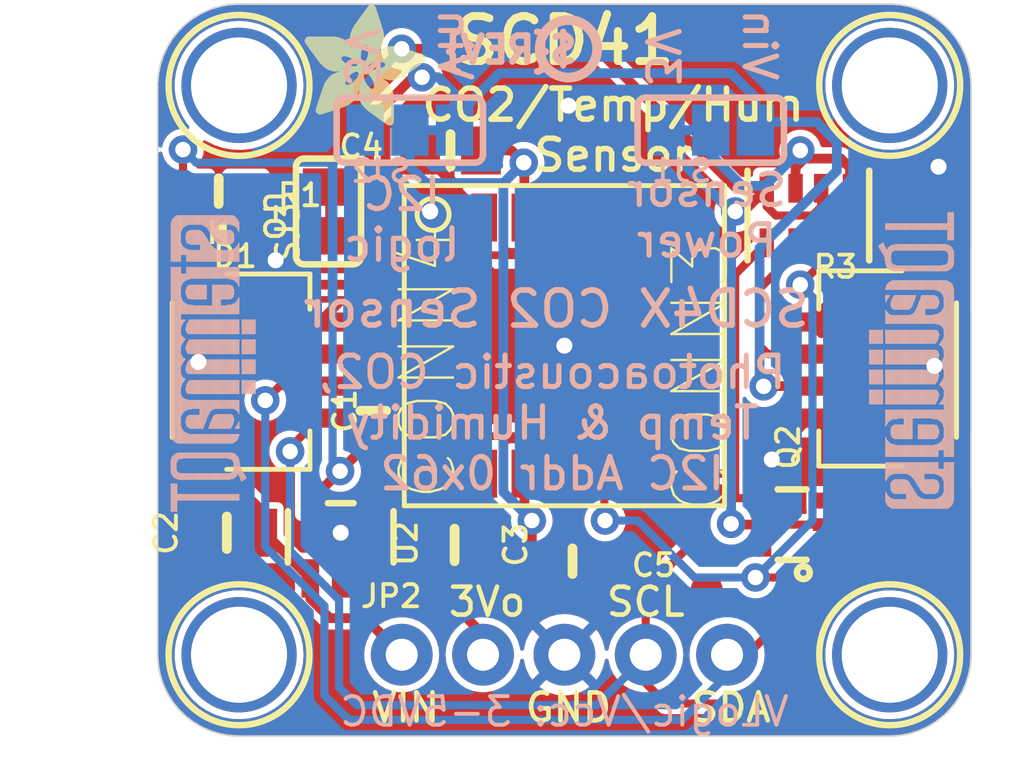
<source format=kicad_pcb>
(kicad_pcb (version 20221018) (generator pcbnew)
  (layers (0 "F.Cu" signal) (31 "B.Cu" signal) (34 "B.Paste" user) (35 "F.Paste" user) (36 "B.SilkS" user "B.Silkscreen") (37 "F.SilkS" user "F.Silkscreen") (38 "B.Mask" user) (39 "F.Mask" user) (44 "Edge.Cuts" user))
  (net 0 "")
  (net 1 "GND")
  (net 2 "SDA")
  (net 3 "SCL")
  (net 4 "SCL_3V")
  (net 5 "SDA_3V")
  (net 6 "3.3V")
  (net 7 "VCC")
  (net 8 "N$1")
  (net 9 "N$2")
  (net 10 "N$3")
  (net 11 "N$4")
  (net 12 "N$5")
  (net 13 "N$6")
  (footprint "working:MOUNTINGHOLE_3.0_PLATEDTHIN" (layer "F.Cu") (at 138.3411 96.1136)
    (fp_text reference "U$1" hide)
    (fp_text value "MOUNTINGHOLE3.0THIN" hide)
    (pad "P$1" thru_hole circle (at 0 0) (size 3.6 3.6) (drill 3) (layers "*.Cu" "*.Mask"))
    (zone (net 0) (net_name "") (layer "F.Cu") (connect_pads (clearance 0)) (min_thickness 0.25)
      (keepout (tracks not_allowed) (vias not_allowed) (pads not_allowed) (copperpour not_allowed) (footprints allowed))
      (fill (thermal_gap 0.5) (thermal_bridge_width 0.5))
      (polygon (pts (xy 140.3571 96.1136) (xy 140.33748 95.833027) (xy 140.279004 95.557915) (xy 140.182808 95.293619) (xy 140.050765 95.045283) (xy 139.885446 94.81774) (xy 139.690067 94.61542) (xy 139.468433 94.44226) (xy 139.224856 94.301631) (xy 138.964078 94.19627) (xy 138.691175 94.128228) (xy 138.411457 94.098828) (xy 138.130371 94.108644) (xy 137.853385 94.157484) (xy 137.585893 94.244397) (xy 137.3331 94.367693) (xy 137.099926 94.52497) (xy 136.890911 94.713169) (xy 136.710122 94.928625) (xy 136.561078 95.167145) (xy 136.44668 95.424087) (xy 136.369154 95.69445) (xy 136.330011 95.972971) (xy 136.330011 96.254229) (xy 136.369154 96.53275) (xy 136.44668 96.803113) (xy 136.561078 97.060055) (xy 136.710122 97.298575) (xy 136.890911 97.514031) (xy 137.099926 97.70223) (xy 137.3331 97.859507) (xy 137.585893 97.982803) (xy 137.853385 98.069716) (xy 138.130371 98.118556) (xy 138.411457 98.128372) (xy 138.691175 98.098972) (xy 138.964078 98.03093) (xy 139.224856 97.925569) (xy 139.468433 97.78494) (xy 139.690067 97.61178) (xy 139.885446 97.40946) (xy 140.050765 97.181917) (xy 140.182808 96.933581) (xy 140.279004 96.669285) (xy 140.33748 96.394173)))
      (polygon (pts (xy 138.3251 96.1136) (xy 138.329786 96.124914) (xy 138.3411 96.1296) (xy 138.352414 96.124914) (xy 138.3571 96.1136) (xy 138.352414 96.102286) (xy 138.3411 96.0976) (xy 138.329786 96.102286)))
    )
    (zone (net 0) (net_name "") (layer "B.Cu") (connect_pads (clearance 0)) (min_thickness 0.25)
      (keepout (tracks not_allowed) (vias not_allowed) (pads not_allowed) (copperpour not_allowed) (footprints allowed))
      (fill (thermal_gap 0.5) (thermal_bridge_width 0.5))
      (polygon (pts (xy 140.3571 96.1136) (xy 140.33748 95.833027) (xy 140.279004 95.557915) (xy 140.182808 95.293619) (xy 140.050765 95.045283) (xy 139.885446 94.81774) (xy 139.690067 94.61542) (xy 139.468433 94.44226) (xy 139.224856 94.301631) (xy 138.964078 94.19627) (xy 138.691175 94.128228) (xy 138.411457 94.098828) (xy 138.130371 94.108644) (xy 137.853385 94.157484) (xy 137.585893 94.244397) (xy 137.3331 94.367693) (xy 137.099926 94.52497) (xy 136.890911 94.713169) (xy 136.710122 94.928625) (xy 136.561078 95.167145) (xy 136.44668 95.424087) (xy 136.369154 95.69445) (xy 136.330011 95.972971) (xy 136.330011 96.254229) (xy 136.369154 96.53275) (xy 136.44668 96.803113) (xy 136.561078 97.060055) (xy 136.710122 97.298575) (xy 136.890911 97.514031) (xy 137.099926 97.70223) (xy 137.3331 97.859507) (xy 137.585893 97.982803) (xy 137.853385 98.069716) (xy 138.130371 98.118556) (xy 138.411457 98.128372) (xy 138.691175 98.098972) (xy 138.964078 98.03093) (xy 139.224856 97.925569) (xy 139.468433 97.78494) (xy 139.690067 97.61178) (xy 139.885446 97.40946) (xy 140.050765 97.181917) (xy 140.182808 96.933581) (xy 140.279004 96.669285) (xy 140.33748 96.394173)))
      (polygon (pts (xy 138.3251 96.1136) (xy 138.329786 96.124914) (xy 138.3411 96.1296) (xy 138.352414 96.124914) (xy 138.3571 96.1136) (xy 138.352414 96.102286) (xy 138.3411 96.0976) (xy 138.329786 96.102286)))
    )
  )
  (footprint "working:SOT23-5" (layer "F.Cu") (at 141.5161 110.2106)
    (fp_text reference "U2" (at 2.032 -0.562 90) (layer "F.SilkS") (effects (font (size 0.692831 0.692831) (thickness 0.119969)) (justify right)))
    (fp_text value "AP2112K-3.3")
    (pad "1" smd rect (at -0.95 1.3001) (size 0.55 1.2) (layers "F.Cu" "F.Paste" "F.Mask") (net 7 "VCC"))
    (pad "2" smd rect (at 0 1.3001) (size 0.55 1.2) (layers "F.Cu" "F.Paste" "F.Mask") (net 1 "GND"))
    (pad "3" smd rect (at 0.95 1.3001) (size 0.55 1.2) (layers "F.Cu" "F.Paste" "F.Mask") (net 7 "VCC"))
    (pad "4" smd rect (at 0.95 -1.3001) (size 0.55 1.2) (layers "F.Cu" "F.Paste" "F.Mask"))
    (pad "5" smd rect (at -0.95 -1.3001) (size 0.55 1.2) (layers "F.Cu" "F.Paste" "F.Mask") (net 6 "3.3V"))
  )
  (footprint "working:1X05_ROUND_76" (layer "F.Cu") (at 148.5011 113.8936)
    (fp_text reference "JP2" (at -6.4262 -1.8288) (layer "F.SilkS") (effects (font (size 0.692831 0.692831) (thickness 0.119969)) (justify left)))
    (fp_text value "")
    (pad "1" thru_hole circle (at -5.08 0 90) (size 1.9304 1.9304) (drill 1) (layers "*.Cu" "*.Mask") (net 7 "VCC"))
    (pad "2" thru_hole circle (at -2.54 0 90) (size 1.9304 1.9304) (drill 1) (layers "*.Cu" "*.Mask") (net 6 "3.3V"))
    (pad "3" thru_hole circle (at 0 0 90) (size 1.9304 1.9304) (drill 1) (layers "*.Cu" "*.Mask") (net 1 "GND"))
    (pad "4" thru_hole circle (at 2.54 0 90) (size 1.9304 1.9304) (drill 1) (layers "*.Cu" "*.Mask") (net 3 "SCL"))
    (pad "5" thru_hole circle (at 5.08 0 90) (size 1.9304 1.9304) (drill 1) (layers "*.Cu" "*.Mask") (net 2 "SDA"))
  )
  (footprint "working:MOUNTINGHOLE_3.0_PLATEDTHIN" (layer "F.Cu") (at 138.3411 113.8936)
    (fp_text reference "U$19" hide)
    (fp_text value "MOUNTINGHOLE3.0THIN" hide)
    (pad "P$1" thru_hole circle (at 0 0) (size 3.6 3.6) (drill 3) (layers "*.Cu" "*.Mask"))
    (zone (net 0) (net_name "") (layer "F.Cu") (connect_pads (clearance 0)) (min_thickness 0.25)
      (keepout (tracks not_allowed) (vias not_allowed) (pads not_allowed) (copperpour not_allowed) (footprints allowed))
      (fill (thermal_gap 0.5) (thermal_bridge_width 0.5))
      (polygon (pts (xy 140.3571 113.8936) (xy 140.33748 113.613027) (xy 140.279004 113.337915) (xy 140.182808 113.073619) (xy 140.050765 112.825283) (xy 139.885446 112.59774) (xy 139.690067 112.39542) (xy 139.468433 112.22226) (xy 139.224856 112.081631) (xy 138.964078 111.97627) (xy 138.691175 111.908228) (xy 138.411457 111.878828) (xy 138.130371 111.888644) (xy 137.853385 111.937484) (xy 137.585893 112.024397) (xy 137.3331 112.147693) (xy 137.099926 112.30497) (xy 136.890911 112.493169) (xy 136.710122 112.708625) (xy 136.561078 112.947145) (xy 136.44668 113.204087) (xy 136.369154 113.47445) (xy 136.330011 113.752971) (xy 136.330011 114.034229) (xy 136.369154 114.31275) (xy 136.44668 114.583113) (xy 136.561078 114.840055) (xy 136.710122 115.078575) (xy 136.890911 115.294031) (xy 137.099926 115.48223) (xy 137.3331 115.639507) (xy 137.585893 115.762803) (xy 137.853385 115.849716) (xy 138.130371 115.898556) (xy 138.411457 115.908372) (xy 138.691175 115.878972) (xy 138.964078 115.81093) (xy 139.224856 115.705569) (xy 139.468433 115.56494) (xy 139.690067 115.39178) (xy 139.885446 115.18946) (xy 140.050765 114.961917) (xy 140.182808 114.713581) (xy 140.279004 114.449285) (xy 140.33748 114.174173)))
      (polygon (pts (xy 138.3251 113.8936) (xy 138.329786 113.904914) (xy 138.3411 113.9096) (xy 138.352414 113.904914) (xy 138.3571 113.8936) (xy 138.352414 113.882286) (xy 138.3411 113.8776) (xy 138.329786 113.882286)))
    )
    (zone (net 0) (net_name "") (layer "B.Cu") (connect_pads (clearance 0)) (min_thickness 0.25)
      (keepout (tracks not_allowed) (vias not_allowed) (pads not_allowed) (copperpour not_allowed) (footprints allowed))
      (fill (thermal_gap 0.5) (thermal_bridge_width 0.5))
      (polygon (pts (xy 140.3571 113.8936) (xy 140.33748 113.613027) (xy 140.279004 113.337915) (xy 140.182808 113.073619) (xy 140.050765 112.825283) (xy 139.885446 112.59774) (xy 139.690067 112.39542) (xy 139.468433 112.22226) (xy 139.224856 112.081631) (xy 138.964078 111.97627) (xy 138.691175 111.908228) (xy 138.411457 111.878828) (xy 138.130371 111.888644) (xy 137.853385 111.937484) (xy 137.585893 112.024397) (xy 137.3331 112.147693) (xy 137.099926 112.30497) (xy 136.890911 112.493169) (xy 136.710122 112.708625) (xy 136.561078 112.947145) (xy 136.44668 113.204087) (xy 136.369154 113.47445) (xy 136.330011 113.752971) (xy 136.330011 114.034229) (xy 136.369154 114.31275) (xy 136.44668 114.583113) (xy 136.561078 114.840055) (xy 136.710122 115.078575) (xy 136.890911 115.294031) (xy 137.099926 115.48223) (xy 137.3331 115.639507) (xy 137.585893 115.762803) (xy 137.853385 115.849716) (xy 138.130371 115.898556) (xy 138.411457 115.908372) (xy 138.691175 115.878972) (xy 138.964078 115.81093) (xy 139.224856 115.705569) (xy 139.468433 115.56494) (xy 139.690067 115.39178) (xy 139.885446 115.18946) (xy 140.050765 114.961917) (xy 140.182808 114.713581) (xy 140.279004 114.449285) (xy 140.33748 114.174173)))
      (polygon (pts (xy 138.3251 113.8936) (xy 138.329786 113.904914) (xy 138.3411 113.9096) (xy 138.352414 113.904914) (xy 138.3571 113.8936) (xy 138.352414 113.882286) (xy 138.3411 113.8776) (xy 138.329786 113.882286)))
    )
  )
  (footprint "working:0603-NO" (layer "F.Cu") (at 142.5321 106.2736 90)
    (fp_text reference "C1" (at -0.762 -0.889 90) (layer "F.SilkS") (effects (font (size 0.692831 0.692831) (thickness 0.119969)) (justify left)))
    (fp_text value "0.1uF")
    (pad "1" smd rect (at -0.85 0 90) (size 1.075 1) (layers "F.Cu" "F.Paste" "F.Mask") (net 6 "3.3V"))
    (pad "2" smd rect (at 0.85 0 90) (size 1.075 1) (layers "F.Cu" "F.Paste" "F.Mask") (net 1 "GND"))
  )
  (footprint "working:0805-NO" (layer "F.Cu") (at 137.9601 110.0836 180)
    (fp_text reference "C2" (at 1.905 -0.762 90) (layer "F.SilkS") (effects (font (size 0.692831 0.692831) (thickness 0.119969)) (justify left)))
    (fp_text value "10uF")
    (pad "1" smd rect (at -0.95 0 180) (size 1.24 1.5) (layers "F.Cu" "F.Paste" "F.Mask") (net 7 "VCC"))
    (pad "2" smd rect (at 0.95 0 180) (size 1.24 1.5) (layers "F.Cu" "F.Paste" "F.Mask") (net 1 "GND"))
  )
  (footprint "working:JST_SH4" (layer "F.Cu") (at 138.3411 105.0036 -90)
    (fp_text reference "CONN4" (at -4.6 -5.9 90) (layer "F.SilkS") (effects (font (size 1.703222 1.703222) (thickness 0.074778)) (justify right)))
    (fp_text value "STEMMA_I2C_QT" hide)
    (pad "1" smd rect (at -1.5 -2.514) (size 1.55 0.6) (layers "F.Cu" "F.Paste" "F.Mask") (net 1 "GND"))
    (pad "2" smd rect (at -0.5 -2.514) (size 1.55 0.6) (layers "F.Cu" "F.Paste" "F.Mask") (net 7 "VCC"))
    (pad "3" smd rect (at 0.5 -2.514) (size 1.55 0.6) (layers "F.Cu" "F.Paste" "F.Mask") (net 2 "SDA"))
    (pad "4" smd rect (at 1.5 -2.514) (size 1.55 0.6) (layers "F.Cu" "F.Paste" "F.Mask") (net 3 "SCL"))
    (pad "MT1" smd rect (at -2.8 1.386) (size 1.8 1.2) (layers "F.Cu" "F.Paste" "F.Mask") (net 1 "GND"))
    (pad "MT2" smd rect (at 2.8 1.386) (size 1.8 1.2) (layers "F.Cu" "F.Paste" "F.Mask") (net 1 "GND"))
  )
  (footprint "working:MOUNTINGHOLE_3.0_PLATEDTHIN" (layer "F.Cu") (at 158.6611 113.8936)
    (fp_text reference "U$21" hide)
    (fp_text value "MOUNTINGHOLE3.0THIN" hide)
    (pad "P$1" thru_hole circle (at 0 0) (size 3.6 3.6) (drill 3) (layers "*.Cu" "*.Mask"))
    (zone (net 0) (net_name "") (layer "F.Cu") (connect_pads (clearance 0)) (min_thickness 0.25)
      (keepout (tracks not_allowed) (vias not_allowed) (pads not_allowed) (copperpour not_allowed) (footprints allowed))
      (fill (thermal_gap 0.5) (thermal_bridge_width 0.5))
      (polygon (pts (xy 160.6771 113.8936) (xy 160.65748 113.613027) (xy 160.599004 113.337915) (xy 160.502808 113.073619) (xy 160.370765 112.825283) (xy 160.205446 112.59774) (xy 160.010067 112.39542) (xy 159.788433 112.22226) (xy 159.544856 112.081631) (xy 159.284078 111.97627) (xy 159.011175 111.908228) (xy 158.731457 111.878828) (xy 158.450371 111.888644) (xy 158.173385 111.937484) (xy 157.905893 112.024397) (xy 157.6531 112.147693) (xy 157.419926 112.30497) (xy 157.210911 112.493169) (xy 157.030122 112.708625) (xy 156.881078 112.947145) (xy 156.76668 113.204087) (xy 156.689154 113.47445) (xy 156.650011 113.752971) (xy 156.650011 114.034229) (xy 156.689154 114.31275) (xy 156.76668 114.583113) (xy 156.881078 114.840055) (xy 157.030122 115.078575) (xy 157.210911 115.294031) (xy 157.419926 115.48223) (xy 157.6531 115.639507) (xy 157.905893 115.762803) (xy 158.173385 115.849716) (xy 158.450371 115.898556) (xy 158.731457 115.908372) (xy 159.011175 115.878972) (xy 159.284078 115.81093) (xy 159.544856 115.705569) (xy 159.788433 115.56494) (xy 160.010067 115.39178) (xy 160.205446 115.18946) (xy 160.370765 114.961917) (xy 160.502808 114.713581) (xy 160.599004 114.449285) (xy 160.65748 114.174173)))
      (polygon (pts (xy 158.6451 113.8936) (xy 158.649786 113.904914) (xy 158.6611 113.9096) (xy 158.672414 113.904914) (xy 158.6771 113.8936) (xy 158.672414 113.882286) (xy 158.6611 113.8776) (xy 158.649786 113.882286)))
    )
    (zone (net 0) (net_name "") (layer "B.Cu") (connect_pads (clearance 0)) (min_thickness 0.25)
      (keepout (tracks not_allowed) (vias not_allowed) (pads not_allowed) (copperpour not_allowed) (footprints allowed))
      (fill (thermal_gap 0.5) (thermal_bridge_width 0.5))
      (polygon (pts (xy 160.6771 113.8936) (xy 160.65748 113.613027) (xy 160.599004 113.337915) (xy 160.502808 113.073619) (xy 160.370765 112.825283) (xy 160.205446 112.59774) (xy 160.010067 112.39542) (xy 159.788433 112.22226) (xy 159.544856 112.081631) (xy 159.284078 111.97627) (xy 159.011175 111.908228) (xy 158.731457 111.878828) (xy 158.450371 111.888644) (xy 158.173385 111.937484) (xy 157.905893 112.024397) (xy 157.6531 112.147693) (xy 157.419926 112.30497) (xy 157.210911 112.493169) (xy 157.030122 112.708625) (xy 156.881078 112.947145) (xy 156.76668 113.204087) (xy 156.689154 113.47445) (xy 156.650011 113.752971) (xy 156.650011 114.034229) (xy 156.689154 114.31275) (xy 156.76668 114.583113) (xy 156.881078 114.840055) (xy 157.030122 115.078575) (xy 157.210911 115.294031) (xy 157.419926 115.48223) (xy 157.6531 115.639507) (xy 157.905893 115.762803) (xy 158.173385 115.849716) (xy 158.450371 115.898556) (xy 158.731457 115.908372) (xy 159.011175 115.878972) (xy 159.284078 115.81093) (xy 159.544856 115.705569) (xy 159.788433 115.56494) (xy 160.010067 115.39178) (xy 160.205446 115.18946) (xy 160.370765 114.961917) (xy 160.502808 114.713581) (xy 160.599004 114.449285) (xy 160.65748 114.174173)))
      (polygon (pts (xy 158.6451 113.8936) (xy 158.649786 113.904914) (xy 158.6611 113.9096) (xy 158.672414 113.904914) (xy 158.6771 113.8936) (xy 158.672414 113.882286) (xy 158.6611 113.8776) (xy 158.649786 113.882286)))
    )
  )
  (footprint "working:0603-NO" (layer "F.Cu") (at 148.7551 110.9726)
    (fp_text reference "C5" (at 1.778 0.127) (layer "F.SilkS") (effects (font (size 0.692831 0.692831) (thickness 0.119969)) (justify left)))
    (fp_text value "0.1uF")
    (pad "1" smd rect (at -0.85 0) (size 1.075 1) (layers "F.Cu" "F.Paste" "F.Mask") (net 10 "N$3"))
    (pad "2" smd rect (at 0.85 0) (size 1.075 1) (layers "F.Cu" "F.Paste" "F.Mask") (net 1 "GND"))
  )
  (footprint "working:RESPACK_4X0603" (layer "F.Cu") (at 156.1211 100.1776 180)
    (fp_text reference "R3" (at -1.6 -1.6) (layer "F.SilkS") (effects (font (size 0.692831 0.692831) (thickness 0.119969)) (justify right)))
    (fp_text value "10K")
    (pad "1" smd rect (at -1.3 0.85 180) (size 0.45 0.9) (layers "F.Cu" "F.Paste" "F.Mask") (net 9 "N$2"))
    (pad "2" smd rect (at -0.4 0.85 180) (size 0.45 0.9) (layers "F.Cu" "F.Paste" "F.Mask") (net 6 "3.3V"))
    (pad "3" smd rect (at 0.4 0.85 180) (size 0.45 0.9) (layers "F.Cu" "F.Paste" "F.Mask") (net 9 "N$2"))
    (pad "4" smd rect (at 1.3 0.85 180) (size 0.45 0.9) (layers "F.Cu" "F.Paste" "F.Mask") (net 6 "3.3V"))
    (pad "5" smd rect (at 1.3 -0.85 180) (size 0.45 0.9) (layers "F.Cu" "F.Paste" "F.Mask") (net 5 "SDA_3V"))
    (pad "6" smd rect (at 0.4 -0.85 180) (size 0.45 0.9) (layers "F.Cu" "F.Paste" "F.Mask") (net 2 "SDA"))
    (pad "7" smd rect (at -0.4 -0.85 180) (size 0.45 0.9) (layers "F.Cu" "F.Paste" "F.Mask") (net 4 "SCL_3V"))
    (pad "8" smd rect (at -1.3 -0.85 180) (size 0.45 0.9) (layers "F.Cu" "F.Paste" "F.Mask") (net 3 "SCL"))
  )
  (footprint "working:SOLDERJUMPER_CLOSEDWIRE" (layer "F.Cu") (at 141.1351 100.0506 90)
    (fp_text reference "SJ3" (at -1.651 -1.27 90) (layer "F.SilkS") (effects (font (size 0.692831 0.692831) (thickness 0.119969)) (justify left)))
    (fp_text value "")
    (pad "1" smd rect (at -0.762 0 90) (size 1.1684 1.6002) (layers "F.Cu") (net 8 "N$1"))
    (pad "2" smd rect (at 0.762 0 90) (size 1.1684 1.6002) (layers "F.Cu") (net 11 "N$4"))
    (pad "WIRE" smd rect (at 0 0 270) (size 0.635 0.2032) (layers "F.Cu"))
  )
  (footprint "working:FIDUCIAL_1MM" (layer "F.Cu") (at 154.9781 94.5896)
    (fp_text reference "FID3" hide)
    (fp_text value "FIDUCIAL_1MM" hide)
    (pad "1" smd roundrect (at 0 0) (size 1 1) (layers "F.Cu" "F.Mask") (roundrect_rratio 0.5))
  )
  (footprint "working:SOT363" (layer "F.Cu") (at 155.6131 109.8296 90)
    (fp_text reference "Q2" (at 1.651 -0.127 90) (layer "F.SilkS") (effects (font (size 0.692831 0.692831) (thickness 0.119969)) (justify left)))
    (fp_text value "BSS138")
    (pad "1" smd rect (at -0.75 0.9 90) (size 0.5 0.5) (layers "F.Cu" "F.Paste" "F.Mask") (net 4 "SCL_3V"))
    (pad "2" smd rect (at 0 0.9 90) (size 0.4 0.5) (layers "F.Cu" "F.Paste" "F.Mask") (net 6 "3.3V"))
    (pad "3" smd rect (at 0.75 0.9 90) (size 0.5 0.5) (layers "F.Cu" "F.Paste" "F.Mask") (net 2 "SDA"))
    (pad "4" smd rect (at 0.75 -0.9 90) (size 0.5 0.5) (layers "F.Cu" "F.Paste" "F.Mask") (net 5 "SDA_3V"))
    (pad "5" smd rect (at 0 -0.9 90) (size 0.4 0.5) (layers "F.Cu" "F.Paste" "F.Mask") (net 6 "3.3V"))
    (pad "6" smd rect (at -0.75 -0.9 90) (size 0.5 0.5) (layers "F.Cu" "F.Paste" "F.Mask") (net 3 "SCL"))
  )
  (footprint "working:MOUNTINGHOLE_3.0_PLATEDTHIN" (layer "F.Cu") (at 158.6611 96.1136)
    (fp_text reference "U$17" hide)
    (fp_text value "MOUNTINGHOLE3.0THIN" hide)
    (pad "P$1" thru_hole circle (at 0 0) (size 3.6 3.6) (drill 3) (layers "*.Cu" "*.Mask"))
    (zone (net 0) (net_name "") (layer "F.Cu") (connect_pads (clearance 0)) (min_thickness 0.25)
      (keepout (tracks not_allowed) (vias not_allowed) (pads not_allowed) (copperpour not_allowed) (footprints allowed))
      (fill (thermal_gap 0.5) (thermal_bridge_width 0.5))
      (polygon (pts (xy 160.6771 96.1136) (xy 160.65748 95.833027) (xy 160.599004 95.557915) (xy 160.502808 95.293619) (xy 160.370765 95.045283) (xy 160.205446 94.81774) (xy 160.010067 94.61542) (xy 159.788433 94.44226) (xy 159.544856 94.301631) (xy 159.284078 94.19627) (xy 159.011175 94.128228) (xy 158.731457 94.098828) (xy 158.450371 94.108644) (xy 158.173385 94.157484) (xy 157.905893 94.244397) (xy 157.6531 94.367693) (xy 157.419926 94.52497) (xy 157.210911 94.713169) (xy 157.030122 94.928625) (xy 156.881078 95.167145) (xy 156.76668 95.424087) (xy 156.689154 95.69445) (xy 156.650011 95.972971) (xy 156.650011 96.254229) (xy 156.689154 96.53275) (xy 156.76668 96.803113) (xy 156.881078 97.060055) (xy 157.030122 97.298575) (xy 157.210911 97.514031) (xy 157.419926 97.70223) (xy 157.6531 97.859507) (xy 157.905893 97.982803) (xy 158.173385 98.069716) (xy 158.450371 98.118556) (xy 158.731457 98.128372) (xy 159.011175 98.098972) (xy 159.284078 98.03093) (xy 159.544856 97.925569) (xy 159.788433 97.78494) (xy 160.010067 97.61178) (xy 160.205446 97.40946) (xy 160.370765 97.181917) (xy 160.502808 96.933581) (xy 160.599004 96.669285) (xy 160.65748 96.394173)))
      (polygon (pts (xy 158.6451 96.1136) (xy 158.649786 96.124914) (xy 158.6611 96.1296) (xy 158.672414 96.124914) (xy 158.6771 96.1136) (xy 158.672414 96.102286) (xy 158.6611 96.0976) (xy 158.649786 96.102286)))
    )
    (zone (net 0) (net_name "") (layer "B.Cu") (connect_pads (clearance 0)) (min_thickness 0.25)
      (keepout (tracks not_allowed) (vias not_allowed) (pads not_allowed) (copperpour not_allowed) (footprints allowed))
      (fill (thermal_gap 0.5) (thermal_bridge_width 0.5))
      (polygon (pts (xy 160.6771 96.1136) (xy 160.65748 95.833027) (xy 160.599004 95.557915) (xy 160.502808 95.293619) (xy 160.370765 95.045283) (xy 160.205446 94.81774) (xy 160.010067 94.61542) (xy 159.788433 94.44226) (xy 159.544856 94.301631) (xy 159.284078 94.19627) (xy 159.011175 94.128228) (xy 158.731457 94.098828) (xy 158.450371 94.108644) (xy 158.173385 94.157484) (xy 157.905893 94.244397) (xy 157.6531 94.367693) (xy 157.419926 94.52497) (xy 157.210911 94.713169) (xy 157.030122 94.928625) (xy 156.881078 95.167145) (xy 156.76668 95.424087) (xy 156.689154 95.69445) (xy 156.650011 95.972971) (xy 156.650011 96.254229) (xy 156.689154 96.53275) (xy 156.76668 96.803113) (xy 156.881078 97.060055) (xy 157.030122 97.298575) (xy 157.210911 97.514031) (xy 157.419926 97.70223) (xy 157.6531 97.859507) (xy 157.905893 97.982803) (xy 158.173385 98.069716) (xy 158.450371 98.118556) (xy 158.731457 98.128372) (xy 159.011175 98.098972) (xy 159.284078 98.03093) (xy 159.544856 97.925569) (xy 159.788433 97.78494) (xy 160.010067 97.61178) (xy 160.205446 97.40946) (xy 160.370765 97.181917) (xy 160.502808 96.933581) (xy 160.599004 96.669285) (xy 160.65748 96.394173)))
      (polygon (pts (xy 158.6451 96.1136) (xy 158.649786 96.124914) (xy 158.6611 96.1296) (xy 158.672414 96.124914) (xy 158.6771 96.1136) (xy 158.672414 96.102286) (xy 158.6611 96.0976) (xy 158.649786 96.102286)))
    )
  )
  (footprint "working:FIDUCIAL_1MM" (layer "F.Cu") (at 152.9461 111.8616)
    (fp_text reference "FID4" hide)
    (fp_text value "FIDUCIAL_1MM" hide)
    (pad "1" smd roundrect (at 0 0) (size 1 1) (layers "F.Cu" "F.Mask") (roundrect_rratio 0.5))
  )
  (footprint "working:0805-NO" (layer "F.Cu") (at 144.9451 98.1456 180)
    (fp_text reference "C4" (at 2.032 0.127) (layer "F.SilkS") (effects (font (size 0.692831 0.692831) (thickness 0.119969)) (justify right)))
    (fp_text value "10uF")
    (pad "1" smd rect (at -0.95 0 180) (size 1.24 1.5) (layers "F.Cu" "F.Paste" "F.Mask") (net 10 "N$3"))
    (pad "2" smd rect (at 0.95 0 180) (size 1.24 1.5) (layers "F.Cu" "F.Paste" "F.Mask") (net 1 "GND"))
  )
  (footprint "working:0603-NO" (layer "F.Cu") (at 137.7061 99.4156)
    (fp_text reference "R1" (at 1.778 0.127) (layer "F.SilkS") (effects (font (size 0.692831 0.692831) (thickness 0.119969)) (justify left)))
    (fp_text value "10K")
    (pad "1" smd rect (at -0.85 0) (size 1.075 1) (layers "F.Cu" "F.Paste" "F.Mask") (net 6 "3.3V"))
    (pad "2" smd rect (at 0.85 0) (size 1.075 1) (layers "F.Cu" "F.Paste" "F.Mask") (net 11 "N$4"))
  )
  (footprint "working:SCD41" (layer "F.Cu") (at 148.5011 104.2416)
    (fp_text reference "X1" hide)
    (fp_text value "SCD-41" hide)
    (pad "1" smd rect (at -4 -2.5 270) (size 0.8 1.5) (layers "F.Cu" "F.Mask"))
    (pad "2" smd rect (at -4 -1.25 270) (size 0.8 1.5) (layers "F.Cu" "F.Mask"))
    (pad "3" smd rect (at -4 0 270) (size 0.8 1.5) (layers "F.Cu" "F.Mask"))
    (pad "4" smd rect (at -4 1.25 270) (size 0.8 1.5) (layers "F.Cu" "F.Mask"))
    (pad "5" smd rect (at -4 2.5 270) (size 0.8 1.5) (layers "F.Cu" "F.Mask"))
    (pad "6" smd rect (at -2.5 4) (size 0.8 1.5) (layers "F.Cu" "F.Mask") (net 1 "GND"))
    (pad "7" smd rect (at -1.25 4) (size 0.8 1.5) (layers "F.Cu" "F.Mask") (net 10 "N$3"))
    (pad "8" smd rect (at 0 4) (size 0.8 1.5) (layers "F.Cu" "F.Mask"))
    (pad "9" smd rect (at 1.25 4) (size 0.8 1.5) (layers "F.Cu" "F.Mask") (net 4 "SCL_3V"))
    (pad "10" smd rect (at 2.5 4) (size 0.8 1.5) (layers "F.Cu" "F.Mask") (net 5 "SDA_3V"))
    (pad "11" smd rect (at 4 2.5 90) (size 0.8 1.5) (layers "F.Cu" "F.Mask"))
    (pad "12" smd rect (at 4 1.25 90) (size 0.8 1.5) (layers "F.Cu" "F.Mask"))
    (pad "13" smd rect (at 4 0 90) (size 0.8 1.5) (layers "F.Cu" "F.Mask"))
    (pad "14" smd rect (at 4 -1.25 90) (size 0.8 1.5) (layers "F.Cu" "F.Mask"))
    (pad "15" smd rect (at 4 -2.5 90) (size 0.8 1.5) (layers "F.Cu" "F.Mask"))
    (pad "16" smd rect (at 2.5 -4 180) (size 0.8 1.5) (layers "F.Cu" "F.Mask"))
    (pad "17" smd rect (at 1.25 -4 180) (size 0.8 1.5) (layers "F.Cu" "F.Mask"))
    (pad "18" smd rect (at 0 -4 180) (size 0.8 1.5) (layers "F.Cu" "F.Mask"))
    (pad "19" smd rect (at -1.25 -4 180) (size 0.8 1.5) (layers "F.Cu" "F.Mask") (net 10 "N$3"))
    (pad "20" smd rect (at -2.5 -4 180) (size 0.8 1.5) (layers "F.Cu" "F.Mask") (net 1 "GND"))
    (pad "P$1" smd rect (at 0 0) (size 4.8 4.8) (layers "F.Cu" "F.Mask") (net 1 "GND"))
  )
  (footprint "working:CHIPLED_0603_NOOUTLINE" (layer "F.Cu") (at 137.7061 100.6856 90)
    (fp_text reference "D1" (at -0.762 1.27) (layer "F.SilkS") (effects (font (size 0.692831 0.692831) (thickness 0.119969)) (justify right)))
    (fp_text value "GREEN")
    (pad "A" smd rect (at 0 0.75 90) (size 0.8 0.8) (layers "F.Cu" "F.Paste" "F.Mask") (net 8 "N$1"))
    (pad "C" smd rect (at 0 -0.75 90) (size 0.8 0.8) (layers "F.Cu" "F.Paste" "F.Mask") (net 1 "GND"))
  )
  (footprint "working:ADAFRUIT_3.5MM" (layer "F.Cu") (at 140.3731 97.3836)
    (fp_text reference "U$22" hide)
    (fp_text value "" hide)
  )
  (footprint "working:JST_SH4" (layer "F.Cu") (at 158.6611 105.0036 90)
    (fp_text reference "CONN3" (at -4.6 -5.9 90) (layer "F.SilkS") (effects (font (size 1.703222 1.703222) (thickness 0.074778)) (justify left)))
    (fp_text value "STEMMA_I2C_QT" hide)
    (pad "1" smd rect (at -1.5 -2.514 180) (size 1.55 0.6) (layers "F.Cu" "F.Paste" "F.Mask") (net 1 "GND"))
    (pad "2" smd rect (at -0.5 -2.514 180) (size 1.55 0.6) (layers "F.Cu" "F.Paste" "F.Mask") (net 7 "VCC"))
    (pad "3" smd rect (at 0.5 -2.514 180) (size 1.55 0.6) (layers "F.Cu" "F.Paste" "F.Mask") (net 2 "SDA"))
    (pad "4" smd rect (at 1.5 -2.514 180) (size 1.55 0.6) (layers "F.Cu" "F.Paste" "F.Mask") (net 3 "SCL"))
    (pad "MT1" smd rect (at -2.8 1.386 180) (size 1.8 1.2) (layers "F.Cu" "F.Paste" "F.Mask") (net 1 "GND"))
    (pad "MT2" smd rect (at 2.8 1.386 180) (size 1.8 1.2) (layers "F.Cu" "F.Paste" "F.Mask") (net 1 "GND"))
  )
  (footprint "working:0805-NO" (layer "F.Cu") (at 145.0721 110.4646)
    (fp_text reference "C3" (at 1.905 -0.762 90) (layer "F.SilkS") (effects (font (size 0.692831 0.692831) (thickness 0.119969)) (justify right)))
    (fp_text value "10uF")
    (pad "1" smd rect (at -0.95 0) (size 1.24 1.5) (layers "F.Cu" "F.Paste" "F.Mask") (net 6 "3.3V"))
    (pad "2" smd rect (at 0.95 0) (size 1.24 1.5) (layers "F.Cu" "F.Paste" "F.Mask") (net 1 "GND"))
  )
  (footprint "working:STEMMAQT" (layer "B.Cu") (at 158.0261 109.3216 90)
    (fp_text reference "U$30" hide)
    (fp_text value "" hide)
  )
  (footprint "working:SOLDERJUMPER_2WAY_OPEN_NOPASTE" (layer "B.Cu") (at 153.0731 97.5106)
    (fp_text reference "SJ1" (at -1.905 1.27) (layer "B.SilkS") (effects (font (size 0.692831 0.692831) (thickness 0.119969)) (justify right mirror)))
    (fp_text value "")
    (pad "1" smd rect (at -1.397 0) (size 1.1684 1.6002) (layers "B.Cu") (net 6 "3.3V"))
    (pad "2" smd rect (at 0 0) (size 1.1684 1.6002) (layers "B.Cu") (net 9 "N$2"))
    (pad "3" smd rect (at 1.397 0) (size 1.1684 1.6002) (layers "B.Cu") (net 7 "VCC"))
  )
  (footprint "working:SOLDERJUMPER_2WAY_OPEN_NOPASTE" (layer "B.Cu") (at 143.6751 97.5106)
    (fp_text reference "SJ2" (at -1.905 1.27) (layer "B.SilkS") (effects (font (size 0.692831 0.692831) (thickness 0.119969)) (justify right mirror)))
    (fp_text value "")
    (pad "1" smd rect (at -1.397 0) (size 1.1684 1.6002) (layers "B.Cu") (net 6 "3.3V"))
    (pad "2" smd rect (at 0 0) (size 1.1684 1.6002) (layers "B.Cu") (net 10 "N$3"))
    (pad "3" smd rect (at 1.397 0) (size 1.1684 1.6002) (layers "B.Cu") (net 7 "VCC"))
  )
  (footprint "working:STEMMAQT" (layer "B.Cu") (at 138.8491 100.1776 -90)
    (fp_text reference "U$31" hide)
    (fp_text value "" hide)
  )
  (footprint "working:PCBFEAT-REV-040" (layer "B.Cu") (at 148.6281 94.9706 180)
    (fp_text reference "U$25" hide)
    (fp_text value "" hide)
    (fp_text user "${REV}" (at -0.3556 -0.508) (layer "B.SilkS") (effects (font (size 0.8128 0.8128) (thickness 0.2032)) (justify left bottom mirror)))
  )
  (gr_arc (start 135.8011 96.1136) (mid 136.545049 94.317549) (end 138.3411 93.5736) (stroke (width 0.05)) (layer "Edge.Cuts"))
  (gr_arc (start 158.6611 93.5736) (mid 160.457151 94.317549) (end 161.2011 96.1136) (stroke (width 0.05)) (layer "Edge.Cuts"))
  (gr_arc (start 138.3411 116.4336) (mid 136.545049 115.689651) (end 135.8011 113.8936) (stroke (width 0.05)) (layer "Edge.Cuts"))
  (gr_line (start 138.3411 116.4336) (end 158.6611 116.4336) (stroke (width 0.05)) (layer "Edge.Cuts"))
  (gr_arc (start 161.2011 113.8936) (mid 160.457151 115.689651) (end 158.6611 116.4336) (stroke (width 0.05)) (layer "Edge.Cuts"))
  (gr_line (start 158.6611 93.5736) (end 138.3411 93.5736) (stroke (width 0.05)) (layer "Edge.Cuts"))
  (gr_line (start 161.2011 113.8936) (end 161.2011 96.1136) (stroke (width 0.05)) (layer "Edge.Cuts"))
  (gr_line (start 135.8011 96.1136) (end 135.8011 113.8936) (stroke (width 0.05)) (layer "Edge.Cuts"))
  (gr_text "3V" (at 151.5491 95.2246 -90) (layer "B.SilkS") (effects (font (size 0.98298 0.98298) (thickness 0.16002)) (justify mirror)))
  (gr_text "SCD4X CO2 Sensor" (at 148.2471 103.0986) (layer "B.SilkS") (effects (font (size 1.0922 1.0922) (thickness 0.1778)) (justify mirror)))
  (gr_text "3V" (at 142.1511 95.2246 -90) (layer "B.SilkS") (effects (font (size 0.98298 0.98298) (thickness 0.16002)) (justify mirror)))
  (gr_text "I2C\nlogic" (at 143.4211 100.3046) (layer "B.SilkS") (effects (font (size 0.98298 0.98298) (thickness 0.16002)) (justify mirror)))
  (gr_text "VLogic/Vcc: 3-5VDC" (at 148.5011 115.6716) (layer "B.SilkS") (effects (font (size 0.89408 0.89408) (thickness 0.12192)) (justify mirror)))
  (gr_text "Vin" (at 154.5971 94.8436 -90) (layer "B.SilkS") (effects (font (size 0.98298 0.98298) (thickness 0.16002)) (justify mirror)))
  (gr_text "Sensor\nPower" (at 152.9461 100.1776) (layer "B.SilkS") (effects (font (size 0.98298 0.98298) (thickness 0.16002)) (justify mirror)))
  (gr_text "Vin" (at 145.0721 94.8436 -90) (layer "B.SilkS") (effects (font (size 0.98298 0.98298) (thickness 0.16002)) (justify mirror)))
  (gr_text "Photoacoustic CO2,\nTemp & Humidity\nI2C Addr 0x62" (at 148.1201 106.6546) (layer "B.SilkS") (effects (font (size 0.98298 0.98298) (thickness 0.16002)) (justify mirror)))
  (gr_text "CO2/Temp/Hum\nSensor" (at 150.0251 97.5106) (layer "F.SilkS") (effects (font (size 0.97155 0.97155) (thickness 0.17145))))
  (gr_text "SCL" (at 151.0411 112.2426) (layer "F.SilkS") (effects (font (size 0.87376 0.87376) (thickness 0.14224))))
  (gr_text "3Vo" (at 146.0881 112.2426) (layer "F.SilkS") (effects (font (size 0.87376 0.87376) (thickness 0.14224))))
  (gr_text "VIN" (at 143.5481 115.5446) (layer "F.SilkS") (effects (font (size 0.87376 0.87376) (thickness 0.14224))))
  (gr_text "GND" (at 148.6281 115.5446) (layer "F.SilkS") (effects (font (size 0.87376 0.87376) (thickness 0.14224))))
  (gr_text "SDA" (at 153.7081 115.5446) (layer "F.SilkS") (effects (font (size 0.87376 0.87376) (thickness 0.14224))))
  (gr_text "on" (at 139.8651 101.0666 90) (layer "F.SilkS") (effects (font (size 0.89408 0.89408) (thickness 0.12192)) (justify left bottom)))
  (gr_text "SCD41" (at 148.5011 94.7166) (layer "F.SilkS") (effects (font (size 1.40335 1.40335) (thickness 0.24765))))
  (via (at 137.0711 104.7496) (size 0.9064) (drill 0.5) (layers "F.Cu" "B.Cu") (net 1))
  (via (at 141.5161 110.0836) (size 0.9064) (drill 0.5) (layers "F.Cu" "B.Cu") (net 1))
  (via (at 148.6281 96.7486) (size 0.9064) (drill 0.5) (layers "F.Cu" "B.Cu") (net 1))
  (via (at 148.5011 104.2416) (size 0.9064) (drill 0.5) (layers "F.Cu" "B.Cu") (net 1))
  (via (at 160.0581 104.8766) (size 0.9064) (drill 0.5) (layers "F.Cu" "B.Cu") (net 1))
  (via (at 139.4841 101.5746) (size 0.9064) (drill 0.5) (layers "F.Cu" "B.Cu") (net 1))
  (via (at 160.1851 98.6536) (size 0.9064) (drill 0.5) (layers "F.Cu" "B.Cu") (net 1))
  (via (at 144.3101 100.0506) (size 0.9064) (drill 0.5) (layers "F.Cu" "B.Cu") (net 1))
  (via (at 154.9781 107.7976) (size 0.9064) (drill 0.5) (layers "F.Cu" "B.Cu") (net 1))
  (segment (start 157.2761 109.0796) (end 157.5181 109.3216) (width 0.254) (layer "F.Cu") (net 2))
  (segment (start 154.8591 104.5036) (end 156.1471 104.5036) (width 0.254) (layer "F.Cu") (net 2))
  (segment (start 157.5181 109.3216) (end 157.5181 110.5916) (width 0.254) (layer "F.Cu") (net 2))
  (segment (start 139.607612 105.5036) (end 139.160856 105.950357) (width 0.254) (layer "F.Cu") (net 2))
  (segment (start 154.5971 104.2416) (end 154.8591 104.5036) (width 0.254) (layer "F.Cu") (net 2))
  (segment (start 157.6451 108.7106) (end 157.2761 109.0796) (width 0.254) (layer "F.Cu") (net 2))
  (segment (start 157.0181 104.5036) (end 157.6451 105.1306) (width 0.254) (layer "F.Cu") (net 2))
  (segment (start 156.5131 109.0796) (end 157.2761 109.0796) (width 0.254) (layer "F.Cu") (net 2))
  (segment (start 157.5181 110.5916) (end 154.2161 113.8936) (width 0.254) (layer "F.Cu") (net 2))
  (segment (start 140.8551 105.5036) (end 139.607612 105.5036) (width 0.254) (layer "F.Cu") (net 2))
  (segment (start 154.5971 102.4636) (end 154.5971 104.2416) (width 0.254) (layer "F.Cu") (net 2))
  (segment (start 156.1471 104.5036) (end 157.0181 104.5036) (width 0.254) (layer "F.Cu") (net 2))
  (segment (start 155.7211 101.0276) (end 155.7211 101.3396) (width 0.254) (layer "F.Cu") (net 2))
  (segment (start 155.7211 101.3396) (end 154.5971 102.4636) (width 0.254) (layer "F.Cu") (net 2))
  (segment (start 157.6451 105.1306) (end 157.6451 108.7106) (width 0.254) (layer "F.Cu") (net 2))
  (segment (start 154.2161 113.8936) (end 153.5811 113.8936) (width 0.254) (layer "F.Cu") (net 2))
  (via (at 139.160856 105.950357) (size 0.889) (drill 0.4826) (layers "F.Cu" "B.Cu") (net 2))
  (segment (start 141.0081 115.1636) (end 141.7701 115.9256) (width 0.254) (layer "B.Cu") (net 2))
  (segment (start 153.5811 114.5286) (end 153.5811 113.8936) (width 0.254) (layer "B.Cu") (net 2))
  (segment (start 141.0081 112.3696) (end 141.0081 115.1636) (width 0.254) (layer "B.Cu") (net 2))
  (segment (start 152.1841 115.9256) (end 153.5811 114.5286) (width 0.254) (layer "B.Cu") (net 2))
  (segment (start 139.160856 110.522357) (end 141.0081 112.3696) (width 0.254) (layer "B.Cu") (net 2))
  (segment (start 141.7701 115.9256) (end 152.1841 115.9256) (width 0.254) (layer "B.Cu") (net 2))
  (segment (start 139.160856 105.950357) (end 139.160856 110.522357) (width 0.254) (layer "B.Cu") (net 2))
  (segment (start 151.0411 113.8936) (end 151.0411 111.8616) (width 0.254) (layer "F.Cu") (net 3))
  (segment (start 139.935556 107.423144) (end 139.935556 107.5436) (width 0.254) (layer "F.Cu") (net 3))
  (segment (start 158.1023 110.653982) (end 155.3845 113.371782) (width 0.254) (layer "F.Cu") (net 3))
  (segment (start 151.6761 115.4176) (end 151.0411 114.7826) (width 0.254) (layer "F.Cu") (net 3))
  (segment (start 140.8551 106.5036) (end 139.935556 107.423144) (width 0.254) (layer "F.Cu") (net 3))
  (segment (start 155.3845 113.371782) (end 155.3845 114.303175) (width 0.254) (layer "F.Cu") (net 3))
  (segment (start 156.5169 103.8734) (end 157.058875 103.8734) (width 0.254) (layer "F.Cu") (net 3))
  (segment (start 151.0411 114.7826) (end 151.0411 113.8936) (width 0.254) (layer "F.Cu") (net 3))
  (segment (start 158.1023 104.916825) (end 158.1023 110.653982) (width 0.254) (layer "F.Cu") (net 3))
  (segment (start 151.0411 111.8616) (end 152.3231 110.5796) (width 0.254) (layer "F.Cu") (net 3))
  (segment (start 154.270075 115.4176) (end 151.6761 115.4176) (width 0.254) (layer "F.Cu") (net 3))
  (segment (start 157.4211 102.2296) (end 156.1471 103.5036) (width 0.254) (layer "F.Cu") (net 3))
  (segment (start 156.1471 103.5036) (end 156.5169 103.8734) (width 0.254) (layer "F.Cu") (net 3))
  (segment (start 155.3845 114.303175) (end 154.270075 115.4176) (width 0.254) (layer "F.Cu") (net 3))
  (segment (start 154.7131 110.5796) (end 152.3231 110.5796) (width 0.254) (layer "F.Cu") (net 3))
  (segment (start 157.4211 101.0276) (end 157.4211 102.2296) (width 0.254) (layer "F.Cu") (net 3))
  (segment (start 157.058875 103.8734) (end 158.1023 104.916825) (width 0.254) (layer "F.Cu") (net 3))
  (via (at 139.935556 107.5436) (size 0.889) (drill 0.4826) (layers "F.Cu" "B.Cu") (net 3))
  (segment (start 151.0411 113.9444) (end 151.0411 113.8936) (width 0.254) (layer "B.Cu") (net 3))
  (segment (start 139.935556 107.5436) (end 139.935556 110.650475) (width 0.254) (layer "B.Cu") (net 3))
  (segment (start 142.0241 115.4684) (end 149.5171 115.4684) (width 0.254) (layer "B.Cu") (net 3))
  (segment (start 141.4653 114.9096) (end 142.0241 115.4684) (width 0.254) (layer "B.Cu") (net 3))
  (segment (start 139.935556 110.650475) (end 141.4653 112.180219) (width 0.254) (layer "B.Cu") (net 3))
  (segment (start 149.5171 115.4684) (end 151.0411 113.9444) (width 0.254) (layer "B.Cu") (net 3))
  (segment (start 141.4653 112.180219) (end 141.4653 114.9096) (width 0.254) (layer "B.Cu") (net 3))
  (segment (start 149.7511 108.2416) (end 149.7511 109.6826) (width 0.254) (layer "F.Cu") (net 4))
  (segment (start 156.5131 110.5796) (end 156.2591 110.5796) (width 0.254) (layer "F.Cu") (net 4))
  (segment (start 155.8671 102.3366) (end 156.5211 101.6826) (width 0.254) (layer "F.Cu") (net 4))
  (segment (start 149.7511 109.6826) (end 149.7711 109.7026) (width 0.254) (layer "F.Cu") (net 4))
  (segment (start 155.3581 111.4806) (end 154.4701 111.4806) (width 0.254) (layer "F.Cu") (net 4))
  (segment (start 156.5211 101.6826) (end 156.5211 101.0276) (width 0.254) (layer "F.Cu") (net 4))
  (segment (start 156.2591 110.5796) (end 155.3581 111.4806) (width 0.254) (layer "F.Cu") (net 4))
  (via (at 155.8671 102.3366) (size 0.889) (drill 0.4826) (layers "F.Cu" "B.Cu") (net 4))
  (via (at 149.7711 109.7026) (size 0.889) (drill 0.4826) (layers "F.Cu" "B.Cu") (net 4))
  (via (at 154.4701 111.4806) (size 0.889) (drill 0.4826) (layers "F.Cu" "B.Cu") (net 4))
  (segment (start 149.7711 109.7026) (end 150.7871 109.7026) (width 0.254) (layer "B.Cu") (net 4))
  (segment (start 156.2481 102.7176) (end 156.2481 109.7026) (width 0.254) (layer "B.Cu") (net 4))
  (segment (start 155.8671 102.3366) (end 156.2481 102.7176) (width 0.254) (layer "B.Cu") (net 4))
  (segment (start 156.2481 109.7026) (end 154.4701 111.4806) (width 0.254) (layer "B.Cu") (net 4))
  (segment (start 154.4701 111.4806) (end 152.5651 111.4806) (width 0.254) (layer "B.Cu") (net 4))
  (segment (start 152.5651 111.4806) (end 150.7871 109.7026) (width 0.254) (layer "B.Cu") (net 4))
  (segment (start 151.1681 108.2416) (end 153.8351 108.2416) (width 0.254) (layer "F.Cu") (net 5))
  (segment (start 153.8351 102.0136) (end 153.8351 108.2416) (width 0.254) (layer "F.Cu") (net 5))
  (segment (start 154.8211 101.0276) (end 153.8351 102.0136) (width 0.254) (layer "F.Cu") (net 5))
  (segment (start 153.8351 108.2416) (end 153.8351 109.0036) (width 0.254) (layer "F.Cu") (net 5))
  (segment (start 154.6371 109.0036) (end 154.7131 109.0796) (width 0.254) (layer "F.Cu") (net 5))
  (segment (start 153.8351 109.0036) (end 154.6371 109.0036) (width 0.254) (layer "F.Cu") (net 5))
  (segment (start 151.001103 108.2416) (end 151.1681 108.2416) (width 0.3048) (layer "F.Cu") (net 5))
  (segment (start 151.0011 108.2416) (end 151.001103 108.2416) (width 0.3048) (layer "F.Cu") (net 5))
  (segment (start 142.5321 107.598607) (end 142.5321 107.1236) (width 0.3048) (layer "F.Cu") (net 6))
  (segment (start 155.1051 100.1776) (end 156.2481 100.1776) (width 0.254) (layer "F.Cu") (net 6))
  (segment (start 153.7328 109.8296) (end 154.7131 109.8296) (width 0.3048) (layer "F.Cu") (net 6))
  (segment (start 143.2941 109.8661) (end 143.0967 109.6687) (width 0.3048) (layer "F.Cu") (net 6))
  (segment (start 156.5211 99.9046) (end 156.5211 99.3276) (width 0.254) (layer "F.Cu") (net 6))
  (segment (start 154.7131 109.8296) (end 156.5131 109.8296) (width 0.254) (layer "F.Cu") (net 6))
  (segment (start 140.7452 108.9105) (end 140.5661 108.9105) (width 0.3048) (layer "F.Cu") (net 6))
  (segment (start 136.8561 99.4156) (end 136.590234 99.149735) (width 0.254) (layer "F.Cu") (net 6))
  (segment (start 144.1221 110.4646) (end 143.5236 109.8661) (width 0.3048) (layer "F.Cu") (net 6))
  (segment (start 141.4966 108.1591) (end 140.7452 108.9105) (width 0.3048) (layer "F.Cu") (net 6))
  (segment (start 145.9611 113.8936) (end 145.55 113.8936) (width 0.254) (layer "F.Cu") (net 6))
  (segment (start 153.7081 109.8049) (end 153.7328 109.8296) (width 0.3048) (layer "F.Cu") (net 6))
  (segment (start 142.5321 107.1236) (end 141.4966 108.1591) (width 0.3048) (layer "F.Cu") (net 6))
  (segment (start 154.8211 99.3276) (end 154.8211 99.8936) (width 0.254) (layer "F.Cu") (net 6))
  (segment (start 153.8741 99.3276) (end 149.5171 94.9706) (width 0.3048) (layer "F.Cu") (net 6))
  (segment (start 143.0967 108.163207) (end 142.5321 107.598607) (width 0.3048) (layer "F.Cu") (net 6))
  (segment (start 156.2481 100.1776) (end 156.5211 99.9046) (width 0.254) (layer "F.Cu") (net 6))
  (segment (start 154.8211 99.3276) (end 153.8741 99.3276) (width 0.3048) (layer "F.Cu") (net 6))
  (segment (start 143.0967 109.6687) (end 143.0967 108.163207) (width 0.3048) (layer "F.Cu") (net 6))
  (segment (start 145.9611 113.8936) (end 145.9611 113.2586) (width 0.3048) (layer "F.Cu") (net 6))
  (segment (start 154.0981 100.0506) (end 153.8351 100.0506) (width 0.3048) (layer "F.Cu") (net 6))
  (segment (start 143.5236 109.8661) (end 143.2941 109.8661) (width 0.3048) (layer "F.Cu") (net 6))
  (segment (start 154.8211 99.8936) (end 155.1051 100.1776) (width 0.254) (layer "F.Cu") (net 6))
  (segment (start 136.590234 99.149735) (end 136.590234 98.118466) (width 0.254) (layer "F.Cu") (net 6))
  (segment (start 144.1221 111.4196) (end 144.1221 110.4646) (width 0.3048) (layer "F.Cu") (net 6))
  (segment (start 154.8211 99.3276) (end 154.0981 100.0506) (width 0.3048) (layer "F.Cu") (net 6))
  (segment (start 145.9611 113.8936) (end 146.5301 113.3246) (width 0.254) (layer "F.Cu") (net 6))
  (segment (start 145.9611 113.2586) (end 144.1221 111.4196) (width 0.3048) (layer "F.Cu") (net 6))
  (segment (start 149.5171 94.9706) (end 143.4211 94.9706) (width 0.3048) (layer "F.Cu") (net 6))
  (via (at 153.8351 100.0506) (size 0.889) (drill 0.4826) (layers "F.Cu" "B.Cu") (net 6))
  (via (at 153.7081 109.8049) (size 0.889) (drill 0.4826) (layers "F.Cu" "B.Cu") (net 6))
  (via (at 143.4211 94.9706) (size 0.889) (drill 0.4826) (layers "F.Cu" "B.Cu") (net 6))
  (via (at 136.590234 98.118466) (size 0.889) (drill 0.4826) (layers "F.Cu" "B.Cu") (net 6))
  (via (at 141.4966 108.1591) (size 0.889) (drill 0.4826) (layers "F.Cu" "B.Cu") (net 6))
  (segment (start 153.8351 100.0506) (end 153.8351 100.1776) (width 0.3048) (layer "B.Cu") (net 6))
  (segment (start 153.7081 100.032794) (end 153.7081 100.0506) (width 0.3048) (layer "B.Cu") (net 6))
  (segment (start 141.2621 103.298332) (end 141.2621 107.9246) (width 0.254) (layer "B.Cu") (net 6))
  (segment (start 153.7081 100.0506) (end 153.7081 109.8049) (width 0.3048) (layer "B.Cu") (net 6))
  (segment (start 152.1333 98.457994) (end 153.7081 100.032794) (width 0.3048) (layer "B.Cu") (net 6))
  (segment (start 142.2781 97.5106) (end 141.2621 98.5266) (width 0.3048) (layer "B.Cu") (net 6))
  (segment (start 141.2621 98.5266) (end 141.2621 102.790332) (width 0.3048) (layer "B.Cu") (net 6))
  (segment (start 142.2781 96.1136) (end 142.2781 97.5106) (width 0.3048) (layer "B.Cu") (net 6))
  (segment (start 143.4211 94.9706) (end 142.2781 96.1136) (width 0.3048) (layer "B.Cu") (net 6))
  (segment (start 152.1333 97.9678) (end 152.1333 98.457994) (width 0.3048) (layer "B.Cu") (net 6))
  (segment (start 151.6761 97.5106) (end 152.1333 97.9678) (width 0.3048) (layer "B.Cu") (net 6))
  (segment (start 136.590234 98.118466) (end 136.998368 98.5266) (width 0.254) (layer "B.Cu") (net 6))
  (segment (start 141.2621 102.790332) (end 141.2621 103.298332) (width 0.254) (layer "B.Cu") (net 6))
  (segment (start 141.2621 107.9246) (end 141.4966 108.1591) (width 0.254) (layer "B.Cu") (net 6))
  (segment (start 136.998368 98.5266) (end 141.2621 98.5266) (width 0.254) (layer "B.Cu") (net 6))
  (segment (start 153.7081 100.0506) (end 153.8351 100.1776) (width 0.3048) (layer "B.Cu") (net 6))
  (segment (start 151.6761 98.0186) (end 153.7081 100.0506) (width 0.3048) (layer "B.Cu") (net 6))
  (segment (start 139.4761 104.5036) (end 140.8551 104.5036) (width 0.3048) (layer "F.Cu") (net 7))
  (segment (start 142.2781 112.7506) (end 141.175737 112.7506) (width 0.3048) (layer "F.Cu") (net 7))
  (segment (start 156.1471 105.5036) (end 154.7321 105.5036) (width 0.3048) (layer "F.Cu") (net 7))
  (segment (start 143.773206 95.8596) (end 144.0561 95.8596) (width 0.3048) (layer "F.Cu") (net 7))
  (segment (start 138.3411 105.6386) (end 139.4761 104.5036) (width 0.3048) (layer "F.Cu") (net 7))
  (segment (start 140.5661 112.140963) (end 140.5661 111.5107) (width 0.3048) (layer "F.Cu") (net 7))
  (segment (start 143.4211 113.8936) (end 142.2781 112.7506) (width 0.3048) (layer "F.Cu") (net 7))
  (segment (start 139.6111 104.3686) (end 139.6111 102.7176) (width 0.3048) (layer "F.Cu") (net 7))
  (segment (start 138.9101 109.2556) (end 138.3411 108.6866) (width 0.3048) (layer "F.Cu") (net 7))
  (segment (start 139.4761 104.5036) (end 139.6111 104.3686) (width 0.3048) (layer "F.Cu") (net 7))
  (segment (start 139.6111 102.7176) (end 139.9921 102.3366) (width 0.3048) (layer "F.Cu") (net 7))
  (segment (start 139.139 110.0836) (end 140.5661 111.5107) (width 0.3048) (layer "F.Cu") (net 7))
  (segment (start 154.7321 105.5036) (end 154.7241 105.5116) (width 0.3048) (layer "F.Cu") (net 7))
  (segment (start 138.9101 110.0836) (end 139.139 110.0836) (width 0.3048) (layer "F.Cu") (net 7))
  (segment (start 143.4211 113.8936) (end 142.4661 112.9386) (width 0.3048) (layer "F.Cu") (net 7))
  (segment (start 142.4051 101.9556) (end 142.4051 97.227707) (width 0.3048) (layer "F.Cu") (net 7))
  (segment (start 138.3411 108.6866) (end 138.3411 105.6386) (width 0.3048) (layer "F.Cu") (net 7))
  (segment (start 139.9921 102.3366) (end 142.0241 102.3366) (width 0.3048) (layer "F.Cu") (net 7))
  (segment (start 143.773206 95.8596) (end 142.4051 97.227707) (width 0.3048) (layer "F.Cu") (net 7))
  (segment (start 138.9101 110.0836) (end 138.9101 109.2556) (width 0.3048) (layer "F.Cu") (net 7))
  (segment (start 142.4661 111.5107) (end 142.4661 112.9386) (width 0.3048) (layer "F.Cu") (net 7))
  (segment (start 141.175737 112.7506) (end 140.5661 112.140963) (width 0.3048) (layer "F.Cu") (net 7))
  (segment (start 142.0241 102.3366) (end 142.4051 101.9556) (width 0.3048) (layer "F.Cu") (net 7))
  (via (at 144.0561 95.8596) (size 0.889) (drill 0.4826) (layers "F.Cu" "B.Cu") (net 7))
  (via (at 154.7241 105.5116) (size 0.889) (drill 0.4826) (layers "F.Cu" "B.Cu") (net 7))
  (segment (start 154.7241 97.2566) (end 156.3751 97.2566) (width 0.3048) (layer "B.Cu") (net 7))
  (segment (start 156.3751 97.2566) (end 157.0101 97.8916) (width 0.3048) (layer "B.Cu") (net 7))
  (segment (start 145.0721 96.3676) (end 144.5641 95.8596) (width 0.3048) (layer "B.Cu") (net 7))
  (segment (start 154.4701 96.4946) (end 154.4701 97.5106) (width 0.3048) (layer "B.Cu") (net 7))
  (segment (start 145.0721 96.3676) (end 145.0721 97.1296) (width 0.3048) (layer "B.Cu") (net 7))
  (segment (start 145.0721 97.5106) (end 145.0721 97.1296) (width 0.3048) (layer "B.Cu") (net 7))
  (segment (start 154.5971 105.3846) (end 154.7241 105.5116) (width 0.3048) (layer "B.Cu") (net 7))
  (segment (start 154.4701 97.5106) (end 154.7241 97.2566) (width 0.3048) (layer "B.Cu") (net 7))
  (segment (start 157.0101 97.8916) (end 157.0101 98.7806) (width 0.3048) (layer "B.Cu") (net 7))
  (segment (start 144.0561 95.8596) (end 144.5641 95.8596) (width 0.3048) (layer "B.Cu") (net 7))
  (segment (start 154.5971 101.1936) (end 154.5971 105.3846) (width 0.3048) (layer "B.Cu") (net 7))
  (segment (start 157.0101 98.7806) (end 154.5971 101.1936) (width 0.3048) (layer "B.Cu") (net 7))
  (segment (start 145.0721 97.1296) (end 146.4691 95.7326) (width 0.3048) (layer "B.Cu") (net 7))
  (segment (start 146.4691 95.7326) (end 153.7081 95.7326) (width 0.3048) (layer "B.Cu") (net 7))
  (segment (start 153.7081 95.7326) (end 154.4701 96.4946) (width 0.3048) (layer "B.Cu") (net 7))
  (segment (start 141.1351 100.8126) (end 141.1351 100.809675) (width 0.254) (layer "F.Cu") (net 8))
  (segment (start 138.4561 100.6856) (end 141.011025 100.6856) (width 0.254) (layer "F.Cu") (net 8))
  (segment (start 141.1351 100.809675) (end 141.011025 100.6856) (width 0.254) (layer "F.Cu") (net 8))
  (segment (start 157.2641 98.5266) (end 157.4211 98.6836) (width 0.3048) (layer "F.Cu") (net 9))
  (segment (start 157.1671 98.5266) (end 157.0401 98.3996) (width 0.3048) (layer "F.Cu") (net 9))
  (segment (start 157.4211 98.6836) (end 157.4211 99.3276) (width 0.3048) (layer "F.Cu") (net 9))
  (segment (start 157.2641 98.5266) (end 157.1671 98.5266) (width 0.3048) (layer "F.Cu") (net 9))
  (segment (start 155.7211 98.6726) (end 155.9941 98.3996) (width 0.3048) (layer "F.Cu") (net 9))
  (segment (start 155.8671 98.1456) (end 156.1211 98.3996) (width 0.3048) (layer "F.Cu") (net 9))
  (segment (start 157.0401 98.3996) (end 156.1211 98.3996) (width 0.3048) (layer "F.Cu") (net 9))
  (segment (start 155.7211 99.3276) (end 155.7211 98.6726) (width 0.3048) (layer "F.Cu") (net 9))
  (segment (start 155.9941 98.3996) (end 156.1211 98.3996) (width 0.3048) (layer "F.Cu") (net 9))
  (segment (start 157.1371 98.3996) (end 157.2641 98.5266) (width 0.3048) (layer "F.Cu") (net 9))
  (via (at 155.8671 98.1456) (size 0.889) (drill 0.4826) (layers "F.Cu" "B.Cu") (net 9))
  (segment (start 153.0731 97.5106) (end 153.0731 98.2726) (width 0.3048) (layer "B.Cu") (net 9))
  (segment (start 154.7622 99.2505) (end 154.051 99.2505) (width 0.3048) (layer "B.Cu") (net 9))
  (segment (start 153.0731 98.2726) (end 154.051 99.2505) (width 0.3048) (layer "B.Cu") (net 9))
  (segment (start 155.8671 98.1456) (end 154.7622 99.2505) (width 0.3048) (layer "B.Cu") (net 9))
  (segment (start 147.2511 98.5466) (end 147.2511 100.2416) (width 0.3048) (layer "F.Cu") (net 10))
  (segment (start 146.8501 98.1456) (end 147.2311 98.5266) (width 0.3048) (layer "F.Cu") (net 10))
  (segment (start 145.8951 98.1456) (end 146.8501 98.1456) (width 0.3048) (layer "F.Cu") (net 10))
  (segment (start 147.4851 110.5526) (end 147.4851 109.7026) (width 0.3048) (layer "F.Cu") (net 10))
  (segment (start 147.9051 110.9726) (end 147.4851 110.5526) (width 0.3048) (layer "F.Cu") (net 10))
  (segment (start 147.2511 109.4686) (end 147.4851 109.7026) (width 0.3048) (layer "F.Cu") (net 10))
  (segment (start 147.2311 98.5266) (end 147.2511 98.5466) (width 0.3048) (layer "F.Cu") (net 10))
  (segment (start 147.2511 108.2416) (end 147.2511 109.4686) (width 0.3048) (layer "F.Cu") (net 10))
  (via (at 147.2311 98.5266) (size 0.889) (drill 0.4826) (layers "F.Cu" "B.Cu") (net 10))
  (via (at 147.4851 109.7026) (size 0.889) (drill 0.4826) (layers "F.Cu" "B.Cu") (net 10))
  (segment (start 144.1831 99.1616) (end 146.5961 99.1616) (width 0.3048) (layer "B.Cu") (net 10))
  (segment (start 147.4851 109.7026) (end 146.5961 108.8136) (width 0.3048) (layer "B.Cu") (net 10))
  (segment (start 143.6751 97.5106) (end 143.6751 98.6536) (width 0.3048) (layer "B.Cu") (net 10))
  (segment (start 146.5961 99.1616) (end 147.2311 98.5266) (width 0.3048) (layer "B.Cu") (net 10))
  (segment (start 146.5961 108.8136) (end 146.5961 99.1616) (width 0.3048) (layer "B.Cu") (net 10))
  (segment (start 143.6751 98.6536) (end 144.1831 99.1616) (width 0.3048) (layer "B.Cu") (net 10))
  (segment (start 141.1351 99.2886) (end 141.1351 99.291525) (width 0.254) (layer "F.Cu") (net 11))
  (segment (start 138.5561 99.4156) (end 141.011025 99.4156) (width 0.254) (layer "F.Cu") (net 11))
  (segment (start 141.1351 99.291525) (end 141.011025 99.4156) (width 0.254) (layer "F.Cu") (net 11))
  (segment (start 152.5651 97.5106) (end 152.1841 97.5106) (width 0.3048) (layer "B.Cu") (net 12))
  (segment (start 144.1831 97.5106) (end 144.5641 97.5106) (width 0.3048) (layer "B.Cu") (net 13))
  (zone (net 1) (net_name "GND") (layer "F.Cu") (priority 6) (connect_pads (clearance 0.000001)) (min_thickness 0.127) (fill yes (thermal_gap 0.304) (thermal_bridge_width 0.304))
    (polygon (pts (xy 161.3281 116.5606) (xy 135.6741 116.5606) (xy 135.6741 93.4466) (xy 161.3281 93.4466)))
  )
  (zone (net 1) (net_name "GND") (layer "B.Cu") (priority 6) (connect_pads (clearance 0.000001)) (min_thickness 0.127) (fill yes (thermal_gap 0.304) (thermal_bridge_width 0.304))
    (polygon (pts (xy 161.3281 116.5606) (xy 135.6741 116.5606) (xy 135.6741 93.4466) (xy 161.3281 93.4466)))
  )
)
</source>
